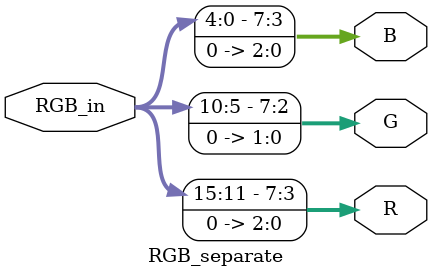
<source format=v>
/*
module RGB_separate.v

Convert 15bit `RGB_in` into 8bit `R`, `G`, `B`.
*/
module RGB_separate(RGB_in, R, G, B);

input   [15:0]  RGB_in;
output   [7:0]  R;
output   [7:0]  G;
output   [7:0]  B;

assign R = {RGB_in[15:11], 3'b0};
assign G = {RGB_in[10: 5], 2'b0};
assign B = {RGB_in[ 4: 0], 3'b0};

endmodule

</source>
